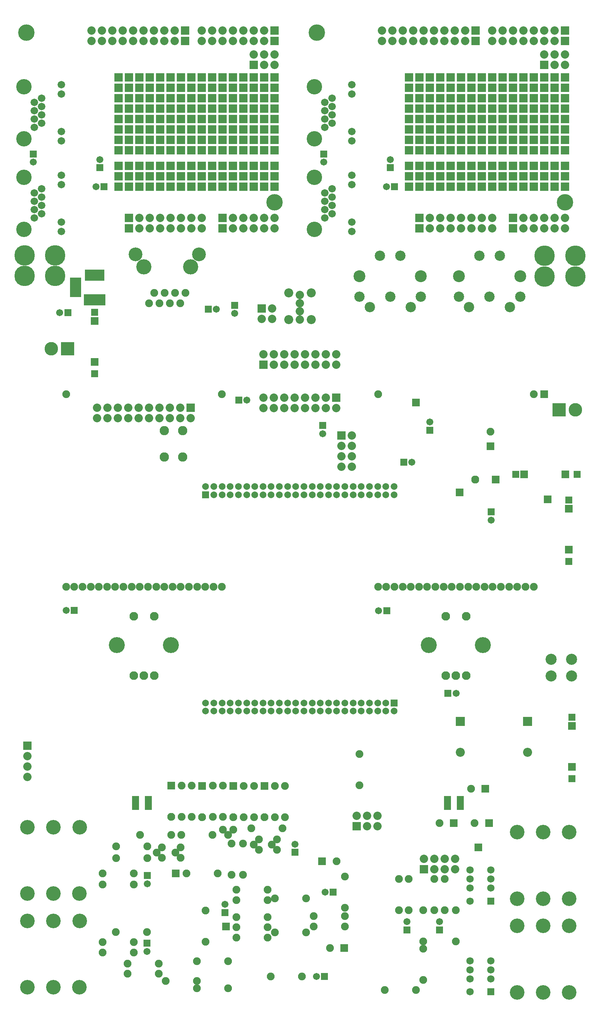
<source format=gbs>
G04 (created by PCBNEW (2013-07-07 BZR 4022)-stable) date 14/04/2014 03:28:28*
%MOIN*%
G04 Gerber Fmt 3.4, Leading zero omitted, Abs format*
%FSLAX34Y34*%
G01*
G70*
G90*
G04 APERTURE LIST*
%ADD10C,0.00590551*%
%ADD11C,0.157795*%
%ADD12C,0.0672441*%
%ADD13R,0.0672441X0.0672441*%
%ADD14C,0.072*%
%ADD15C,0.148*%
%ADD16R,0.08X0.08*%
%ADD17C,0.08*%
%ADD18R,0.075X0.075*%
%ADD19C,0.075*%
%ADD20C,0.0751181*%
%ADD21R,0.076X0.076*%
%ADD22C,0.076*%
%ADD23R,0.0711811X0.0475591*%
%ADD24R,0.13X0.13*%
%ADD25C,0.13*%
%ADD26R,0.0751181X0.0751181*%
%ADD27C,0.0770866*%
%ADD28R,0.0770866X0.0770866*%
%ADD29R,0.0711811X0.0711811*%
%ADD30C,0.0829921*%
%ADD31C,0.153858*%
%ADD32C,0.14*%
%ADD33R,0.0652756X0.0652756*%
%ADD34C,0.0652756*%
%ADD35C,0.09*%
%ADD36C,0.0711811*%
%ADD37R,0.0731496X0.0731496*%
%ADD38C,0.106614*%
%ADD39R,0.0869291X0.0869291*%
%ADD40C,0.0869291*%
%ADD41C,0.197165*%
%ADD42C,0.132205*%
%ADD43C,0.145984*%
%ADD44C,0.114488*%
%ADD45C,0.0987402*%
%ADD46R,0.189291X0.110551*%
%ADD47R,0.208976X0.110551*%
%ADD48R,0.110551X0.189291*%
G04 APERTURE END LIST*
G54D10*
G54D11*
X25057Y-17500D03*
X1187Y-1181D03*
G54D12*
X1845Y-13633D03*
G54D13*
X1845Y-12846D03*
G54D12*
X8245Y-13376D03*
G54D13*
X8245Y-14163D03*
G54D12*
X7881Y-16000D03*
G54D13*
X8668Y-16000D03*
G54D14*
X4565Y-20300D03*
X4565Y-19400D03*
X4565Y-15800D03*
X4565Y-14900D03*
X2665Y-16200D03*
X2665Y-17000D03*
X2665Y-17800D03*
X2665Y-18600D03*
X1965Y-17400D03*
X1965Y-18200D03*
X1965Y-16600D03*
X1965Y-19000D03*
G54D15*
X965Y-20100D03*
X965Y-15100D03*
G54D14*
X4565Y-11580D03*
X4565Y-10680D03*
X4565Y-7080D03*
X4565Y-6180D03*
X2665Y-7480D03*
X2665Y-8280D03*
X2665Y-9080D03*
X2665Y-9880D03*
X1965Y-8680D03*
X1965Y-9480D03*
X1965Y-7880D03*
X1965Y-10280D03*
G54D15*
X965Y-11380D03*
X965Y-6380D03*
G54D16*
X25065Y-16000D03*
X24065Y-16000D03*
X23065Y-16000D03*
X22065Y-16000D03*
X21065Y-16000D03*
X20065Y-16000D03*
X19065Y-16000D03*
X16065Y-16000D03*
X15065Y-16000D03*
X17065Y-16000D03*
X18065Y-16000D03*
X14065Y-16000D03*
X13065Y-16000D03*
X10065Y-16000D03*
X11065Y-16000D03*
X12065Y-16000D03*
X25065Y-14000D03*
X24065Y-14000D03*
X23065Y-14000D03*
X22065Y-14000D03*
X21065Y-14000D03*
X20065Y-14000D03*
X19065Y-14000D03*
X16065Y-14000D03*
X15065Y-14000D03*
X17065Y-14000D03*
X18065Y-14000D03*
X14065Y-14000D03*
X13065Y-14000D03*
X10065Y-14000D03*
X11065Y-14000D03*
X12065Y-14000D03*
X25065Y-15000D03*
X24065Y-15000D03*
X23065Y-15000D03*
X22065Y-15000D03*
X21065Y-15000D03*
X20065Y-15000D03*
X19065Y-15000D03*
X16065Y-15000D03*
X15065Y-15000D03*
X17065Y-15000D03*
X18065Y-15000D03*
X14065Y-15000D03*
X13065Y-15000D03*
X10065Y-15000D03*
X11065Y-15000D03*
X12065Y-15000D03*
X25065Y-11500D03*
X24065Y-11500D03*
X23065Y-11500D03*
X22065Y-11500D03*
X21065Y-11500D03*
X20065Y-11500D03*
X19065Y-11500D03*
X16065Y-11500D03*
X15065Y-11500D03*
X17065Y-11500D03*
X18065Y-11500D03*
X14065Y-11500D03*
X13065Y-11500D03*
X10065Y-11500D03*
X11065Y-11500D03*
X12065Y-11500D03*
X12065Y-12500D03*
X11065Y-12500D03*
X10065Y-12500D03*
X13065Y-12500D03*
X14065Y-12500D03*
X18065Y-12500D03*
X17065Y-12500D03*
X15065Y-12500D03*
X16065Y-12500D03*
X19065Y-12500D03*
X20065Y-12500D03*
X21065Y-12500D03*
X22065Y-12500D03*
X23065Y-12500D03*
X24065Y-12500D03*
X25065Y-12500D03*
X25065Y-10500D03*
X24065Y-10500D03*
X23065Y-10500D03*
X22065Y-10500D03*
X21065Y-10500D03*
X20065Y-10500D03*
X19065Y-10500D03*
X16065Y-10500D03*
X15065Y-10500D03*
X17065Y-10500D03*
X18065Y-10500D03*
X14065Y-10500D03*
X13065Y-10500D03*
X10065Y-10500D03*
X11065Y-10500D03*
X12065Y-10500D03*
X12065Y-9500D03*
X11065Y-9500D03*
X10065Y-9500D03*
X13065Y-9500D03*
X14065Y-9500D03*
X18065Y-9500D03*
X17065Y-9500D03*
X15065Y-9500D03*
X16065Y-9500D03*
X19065Y-9500D03*
X20065Y-9500D03*
X21065Y-9500D03*
X22065Y-9500D03*
X23065Y-9500D03*
X24065Y-9500D03*
X25065Y-9500D03*
X25065Y-8500D03*
X24065Y-8500D03*
X23065Y-8500D03*
X22065Y-8500D03*
X21065Y-8500D03*
X20065Y-8500D03*
X19065Y-8500D03*
X16065Y-8500D03*
X15065Y-8500D03*
X17065Y-8500D03*
X18065Y-8500D03*
X14065Y-8500D03*
X13065Y-8500D03*
X10065Y-8500D03*
X11065Y-8500D03*
X12065Y-8500D03*
X12065Y-7500D03*
X11065Y-7500D03*
X10065Y-7500D03*
X13065Y-7500D03*
X14065Y-7500D03*
X18065Y-7500D03*
X17065Y-7500D03*
X15065Y-7500D03*
X16065Y-7500D03*
X19065Y-7500D03*
X20065Y-7500D03*
X21065Y-7500D03*
X22065Y-7500D03*
X23065Y-7500D03*
X24065Y-7500D03*
X25065Y-7500D03*
X25065Y-6500D03*
X24065Y-6500D03*
X23065Y-6500D03*
X22065Y-6500D03*
X21065Y-6500D03*
X20065Y-6500D03*
X19065Y-6500D03*
X16065Y-6500D03*
X15065Y-6500D03*
X17065Y-6500D03*
X18065Y-6500D03*
X14065Y-6500D03*
X13065Y-6500D03*
X10065Y-6500D03*
X11065Y-6500D03*
X12065Y-6500D03*
X12065Y-5500D03*
X11065Y-5500D03*
X10065Y-5500D03*
X13065Y-5500D03*
X14065Y-5500D03*
X18065Y-5500D03*
X17065Y-5500D03*
X15065Y-5500D03*
X16065Y-5500D03*
X19065Y-5500D03*
X20065Y-5500D03*
X21065Y-5500D03*
X22065Y-5500D03*
X23065Y-5500D03*
X24065Y-5500D03*
X25065Y-5500D03*
G54D17*
X7465Y-2000D03*
X10465Y-2000D03*
X11465Y-2000D03*
X9465Y-2000D03*
X8465Y-2000D03*
X12465Y-2000D03*
X13465Y-2000D03*
G54D16*
X16465Y-2000D03*
G54D17*
X15465Y-2000D03*
X14465Y-2000D03*
X25065Y-19000D03*
X24065Y-19000D03*
X23065Y-19000D03*
G54D16*
X20065Y-19000D03*
G54D17*
X21065Y-19000D03*
X22065Y-19000D03*
X19065Y-2000D03*
X20065Y-2000D03*
X18065Y-2000D03*
X21065Y-2000D03*
X22065Y-2000D03*
G54D16*
X25065Y-2000D03*
G54D17*
X24065Y-2000D03*
X23065Y-2000D03*
X17065Y-19000D03*
X16065Y-19000D03*
X18065Y-19000D03*
X15065Y-19000D03*
X14065Y-19000D03*
G54D16*
X11065Y-19000D03*
G54D17*
X12065Y-19000D03*
X13065Y-19000D03*
G54D16*
X23065Y-4300D03*
G54D17*
X23065Y-3300D03*
X24065Y-4300D03*
X24065Y-3300D03*
X25065Y-4300D03*
X25065Y-3300D03*
X7465Y-1000D03*
X10465Y-1000D03*
X11465Y-1000D03*
X9465Y-1000D03*
X8465Y-1000D03*
X12465Y-1000D03*
X13465Y-1000D03*
G54D16*
X16465Y-1000D03*
G54D17*
X15465Y-1000D03*
X14465Y-1000D03*
X25065Y-20000D03*
X24065Y-20000D03*
X23065Y-20000D03*
G54D16*
X20065Y-20000D03*
G54D17*
X21065Y-20000D03*
X22065Y-20000D03*
X17065Y-20000D03*
X16065Y-20000D03*
X18065Y-20000D03*
X15065Y-20000D03*
X14065Y-20000D03*
G54D16*
X11065Y-20000D03*
G54D17*
X12065Y-20000D03*
X13065Y-20000D03*
X19065Y-1000D03*
X20065Y-1000D03*
X18065Y-1000D03*
X21065Y-1000D03*
X22065Y-1000D03*
G54D16*
X25065Y-1000D03*
G54D17*
X24065Y-1000D03*
X23065Y-1000D03*
G54D12*
X27026Y-79140D03*
G54D13*
X27026Y-79927D03*
G54D18*
X44656Y-79438D03*
G54D19*
X25086Y-87618D03*
X28086Y-87618D03*
X21376Y-88108D03*
X24376Y-88108D03*
X31806Y-87038D03*
X28806Y-87038D03*
X31826Y-82258D03*
X31826Y-85258D03*
X21396Y-84508D03*
X24396Y-84508D03*
X25086Y-84368D03*
X28086Y-84368D03*
X21376Y-87128D03*
X24376Y-87128D03*
X31806Y-86058D03*
X28806Y-86058D03*
X21376Y-86148D03*
X24376Y-86148D03*
X24396Y-83528D03*
X21396Y-83528D03*
G54D12*
X29912Y-83758D03*
G54D13*
X30699Y-83758D03*
G54D12*
X20296Y-84925D03*
G54D13*
X20296Y-85712D03*
G54D19*
X9796Y-87578D03*
X12796Y-87578D03*
G54D12*
X12796Y-89452D03*
G54D13*
X12796Y-88665D03*
G54D19*
X11526Y-89538D03*
X8526Y-89538D03*
X11536Y-88558D03*
X8536Y-88558D03*
X17576Y-90398D03*
X20576Y-90398D03*
X13916Y-91598D03*
X10916Y-91598D03*
X17596Y-92998D03*
X20596Y-92998D03*
X17596Y-92278D03*
X14596Y-92278D03*
X18416Y-88518D03*
X18416Y-85518D03*
X13916Y-90618D03*
X10916Y-90618D03*
G54D20*
X25271Y-79683D03*
X24771Y-79183D03*
X25271Y-78683D03*
X21081Y-77738D03*
X20581Y-78238D03*
X20081Y-77738D03*
X23546Y-79683D03*
X23046Y-79183D03*
X23546Y-78683D03*
X16006Y-80438D03*
X15506Y-79938D03*
X16006Y-79438D03*
X14206Y-80438D03*
X13706Y-79938D03*
X14206Y-79438D03*
G54D19*
X23071Y-73548D03*
X23071Y-76548D03*
X25826Y-77633D03*
X22826Y-77633D03*
X17103Y-73526D03*
X17103Y-76526D03*
X20906Y-79088D03*
X20906Y-82088D03*
X19581Y-81963D03*
X16581Y-81963D03*
X26056Y-73558D03*
X26056Y-76558D03*
X16123Y-73526D03*
X16123Y-76526D03*
X22096Y-73538D03*
X22096Y-76538D03*
X20096Y-73528D03*
X20096Y-76528D03*
X19116Y-73528D03*
X19116Y-76528D03*
X25076Y-73558D03*
X25076Y-76558D03*
X9831Y-80488D03*
X12831Y-80488D03*
X22031Y-82088D03*
X22031Y-79088D03*
X11531Y-83013D03*
X8531Y-83013D03*
X11536Y-81938D03*
X8536Y-81938D03*
X9831Y-79363D03*
X12831Y-79363D03*
X12106Y-78238D03*
X15106Y-78238D03*
X16081Y-78238D03*
X19081Y-78238D03*
G54D21*
X18096Y-73538D03*
G54D22*
X18096Y-76538D03*
G54D21*
X21096Y-73538D03*
G54D22*
X21096Y-76538D03*
G54D21*
X24076Y-73558D03*
G54D22*
X24076Y-76558D03*
G54D21*
X15123Y-73526D03*
G54D22*
X15123Y-76526D03*
G54D12*
X12831Y-82952D03*
G54D13*
X12831Y-82165D03*
G54D20*
X19185Y-54433D03*
X19973Y-54433D03*
X5012Y-35929D03*
X16036Y-54433D03*
X16823Y-54433D03*
X17611Y-54433D03*
X12886Y-54433D03*
X13674Y-54433D03*
X14461Y-54433D03*
X10524Y-54433D03*
X11311Y-54433D03*
X12099Y-54433D03*
X7374Y-54433D03*
X8162Y-54433D03*
X8949Y-54433D03*
X5012Y-54433D03*
X5800Y-54433D03*
X19973Y-35929D03*
X15248Y-54433D03*
X18398Y-54433D03*
X6587Y-54433D03*
X9737Y-54433D03*
G54D18*
X50973Y-35926D03*
X51312Y-46018D03*
X38656Y-36733D03*
X42861Y-45353D03*
G54D16*
X30996Y-36253D03*
G54D17*
X30996Y-37253D03*
X29996Y-36253D03*
X29996Y-37253D03*
X28996Y-36253D03*
X28996Y-37253D03*
X27996Y-36253D03*
X27996Y-37253D03*
X26996Y-36253D03*
X26996Y-37253D03*
X25996Y-36253D03*
X25996Y-37253D03*
X24996Y-36253D03*
X24996Y-37253D03*
X23996Y-36253D03*
X23996Y-37253D03*
G54D16*
X31471Y-39878D03*
G54D17*
X32471Y-39878D03*
X31471Y-40878D03*
X32471Y-40878D03*
X31471Y-41878D03*
X32471Y-41878D03*
X31471Y-42878D03*
X32471Y-42878D03*
X15976Y-37223D03*
X14976Y-37223D03*
X15976Y-38223D03*
X14976Y-38223D03*
X12976Y-37223D03*
X11976Y-37223D03*
X12976Y-38223D03*
X11976Y-38223D03*
X9976Y-37223D03*
X8976Y-37223D03*
X9976Y-38223D03*
X8976Y-38223D03*
G54D16*
X16976Y-37223D03*
G54D17*
X13976Y-37223D03*
X16976Y-38223D03*
X13976Y-38223D03*
X10976Y-37223D03*
X7976Y-37223D03*
X10976Y-38223D03*
X7976Y-38223D03*
G54D23*
X12906Y-74745D03*
X12906Y-75178D03*
X12906Y-75611D03*
X11685Y-75611D03*
X11685Y-75178D03*
X11685Y-74745D03*
X42906Y-74745D03*
X42906Y-75178D03*
X42906Y-75611D03*
X41685Y-75611D03*
X41685Y-75178D03*
X41685Y-74745D03*
G54D24*
X52414Y-37425D03*
G54D25*
X53973Y-37425D03*
G54D20*
X43957Y-73808D03*
G54D26*
X45335Y-73808D03*
G54D20*
X45836Y-39534D03*
G54D26*
X45836Y-40912D03*
G54D12*
X38269Y-42468D03*
G54D13*
X37482Y-42468D03*
G54D12*
X22392Y-36499D03*
G54D13*
X21605Y-36499D03*
G54D12*
X29676Y-39722D03*
G54D13*
X29676Y-38935D03*
G54D12*
X35052Y-56717D03*
G54D13*
X35839Y-56717D03*
G54D12*
X42507Y-64667D03*
G54D13*
X41720Y-64667D03*
G54D12*
X5012Y-56677D03*
G54D13*
X5800Y-56677D03*
G54D12*
X45876Y-48003D03*
G54D13*
X45876Y-47216D03*
G54D12*
X39984Y-38585D03*
G54D13*
X39984Y-39372D03*
G54D27*
X44361Y-44133D03*
G54D28*
X46330Y-44133D03*
G54D29*
X53655Y-66958D03*
X53655Y-72864D03*
X48243Y-43618D03*
X54148Y-43618D03*
X53354Y-46075D03*
X53354Y-51980D03*
G54D30*
X11509Y-62955D03*
X11509Y-57246D03*
X13478Y-62955D03*
X13478Y-57246D03*
X12493Y-62955D03*
G54D31*
X9894Y-60004D03*
X15091Y-60004D03*
G54D30*
X41509Y-62955D03*
X41509Y-57246D03*
X43478Y-62955D03*
X43478Y-57246D03*
X42493Y-62955D03*
G54D31*
X39894Y-60004D03*
X45091Y-60004D03*
G54D32*
X3793Y-77511D03*
X1293Y-77511D03*
X6308Y-77511D03*
X3793Y-83901D03*
X1293Y-83901D03*
X6293Y-83901D03*
X3793Y-86511D03*
X1293Y-86511D03*
X6308Y-86511D03*
X3793Y-92901D03*
X1293Y-92901D03*
X6293Y-92901D03*
X50893Y-84376D03*
X53393Y-84376D03*
X48378Y-84376D03*
X50893Y-77986D03*
X53393Y-77986D03*
X48393Y-77986D03*
X50893Y-93376D03*
X53393Y-93376D03*
X48378Y-93376D03*
X50893Y-86986D03*
X53393Y-86986D03*
X48393Y-86986D03*
G54D20*
X49185Y-54433D03*
X49973Y-54433D03*
X35012Y-35929D03*
X46036Y-54433D03*
X46823Y-54433D03*
X47611Y-54433D03*
X42886Y-54433D03*
X43674Y-54433D03*
X44461Y-54433D03*
X40524Y-54433D03*
X41311Y-54433D03*
X42099Y-54433D03*
X37374Y-54433D03*
X38162Y-54433D03*
X38949Y-54433D03*
X35012Y-54433D03*
X35800Y-54433D03*
X49973Y-35929D03*
X45248Y-54433D03*
X48398Y-54433D03*
X36587Y-54433D03*
X39737Y-54433D03*
G54D33*
X18437Y-45575D03*
G54D34*
X18437Y-44788D03*
X19225Y-45575D03*
X19225Y-44788D03*
X20012Y-45575D03*
X20012Y-44788D03*
X20800Y-45575D03*
X20800Y-44788D03*
X21587Y-45575D03*
X21587Y-44788D03*
X22374Y-45575D03*
X22374Y-44788D03*
X23162Y-45575D03*
X23162Y-44788D03*
X23949Y-45575D03*
X23949Y-44788D03*
X24737Y-45575D03*
X24737Y-44788D03*
X25524Y-45575D03*
X25524Y-44788D03*
X26311Y-45575D03*
X26311Y-44788D03*
X27099Y-45575D03*
X27099Y-44788D03*
X27886Y-45575D03*
X27886Y-44788D03*
X28674Y-45575D03*
X28674Y-44788D03*
X29461Y-45575D03*
X29461Y-44788D03*
X30248Y-45575D03*
X30248Y-44788D03*
X31036Y-45575D03*
X31036Y-44788D03*
X31823Y-45575D03*
X31823Y-44788D03*
X32611Y-45575D03*
X32611Y-44788D03*
X33398Y-45575D03*
X33398Y-44788D03*
X34185Y-45575D03*
X34185Y-44788D03*
X34973Y-45575D03*
X34973Y-44788D03*
X35760Y-45575D03*
X35760Y-44788D03*
X36548Y-45575D03*
X36548Y-44788D03*
G54D33*
X36548Y-65575D03*
G54D34*
X36548Y-66363D03*
X35760Y-65575D03*
X35760Y-66363D03*
X34973Y-65575D03*
X34973Y-66363D03*
X34185Y-65575D03*
X34185Y-66363D03*
X33398Y-65575D03*
X33398Y-66363D03*
X32611Y-65575D03*
X32611Y-66363D03*
X31823Y-65575D03*
X31823Y-66363D03*
X31036Y-65575D03*
X31036Y-66363D03*
X30248Y-65575D03*
X30248Y-66363D03*
X29461Y-65575D03*
X29461Y-66363D03*
X28674Y-65575D03*
X28674Y-66363D03*
X27886Y-65575D03*
X27886Y-66363D03*
X27099Y-65575D03*
X27099Y-66363D03*
X26311Y-65575D03*
X26311Y-66363D03*
X25524Y-65575D03*
X25524Y-66363D03*
X24737Y-65575D03*
X24737Y-66363D03*
X23949Y-65575D03*
X23949Y-66363D03*
X23162Y-65575D03*
X23162Y-66363D03*
X22374Y-65575D03*
X22374Y-66363D03*
X21587Y-65575D03*
X21587Y-66363D03*
X20800Y-65575D03*
X20800Y-66363D03*
X20012Y-65575D03*
X20012Y-66363D03*
X19225Y-65575D03*
X19225Y-66363D03*
X18437Y-65575D03*
X18437Y-66363D03*
G54D16*
X1296Y-69678D03*
G54D17*
X1296Y-70678D03*
X1296Y-71678D03*
X1296Y-72678D03*
G54D35*
X14445Y-39403D03*
X16217Y-39403D03*
X14445Y-41963D03*
X16217Y-41963D03*
G54D19*
X27676Y-91838D03*
X24676Y-91838D03*
G54D12*
X29082Y-91838D03*
G54D13*
X29869Y-91838D03*
G54D19*
X39356Y-89178D03*
X39356Y-92178D03*
X37956Y-85498D03*
X37956Y-82498D03*
X39356Y-85478D03*
X39356Y-88478D03*
X40416Y-82478D03*
X40416Y-85478D03*
X38656Y-93138D03*
X35656Y-93138D03*
X37036Y-85498D03*
X37036Y-82498D03*
X42476Y-85478D03*
X42476Y-88478D03*
X41416Y-82478D03*
X41416Y-85478D03*
G54D12*
X37796Y-86585D03*
G54D13*
X37796Y-87372D03*
G54D12*
X40916Y-86585D03*
G54D13*
X40916Y-87372D03*
G54D16*
X39416Y-81538D03*
G54D17*
X39416Y-80538D03*
X40416Y-81538D03*
X40416Y-80538D03*
X41416Y-81538D03*
X41416Y-80538D03*
X42416Y-81538D03*
X42416Y-80538D03*
G54D16*
X32966Y-77418D03*
G54D17*
X32966Y-76418D03*
X33966Y-77418D03*
X33966Y-76418D03*
X34966Y-77418D03*
X34966Y-76418D03*
G54D18*
X15566Y-81968D03*
X20396Y-87068D03*
G54D19*
X33236Y-73473D03*
X33236Y-70473D03*
G54D36*
X45866Y-81622D03*
X45866Y-83355D03*
X43866Y-82488D03*
X43866Y-83355D03*
X43866Y-81622D03*
X45866Y-82488D03*
X43866Y-84614D03*
G54D29*
X45866Y-84614D03*
G54D36*
X45856Y-90337D03*
X45856Y-92070D03*
X43856Y-91203D03*
X43856Y-92070D03*
X43856Y-90337D03*
X45856Y-91203D03*
X43856Y-93329D03*
G54D29*
X45856Y-93329D03*
G54D37*
X53354Y-46903D03*
X53354Y-50840D03*
X49070Y-43618D03*
X53007Y-43618D03*
X53655Y-67798D03*
X53655Y-71735D03*
G54D38*
X51661Y-61401D03*
X53630Y-61401D03*
X53630Y-62976D03*
X51661Y-62976D03*
G54D20*
X44297Y-77118D03*
G54D26*
X45675Y-77118D03*
G54D20*
X40917Y-77118D03*
G54D26*
X42295Y-77118D03*
G54D20*
X31005Y-80778D03*
G54D26*
X29627Y-80778D03*
G54D20*
X30377Y-89108D03*
G54D26*
X31755Y-89108D03*
G54D39*
X42936Y-67362D03*
G54D40*
X42936Y-70315D03*
G54D39*
X49376Y-67362D03*
G54D40*
X49376Y-70315D03*
G54D12*
X19469Y-27764D03*
G54D13*
X18682Y-27764D03*
G54D16*
X24000Y-33089D03*
G54D17*
X24000Y-32089D03*
X25000Y-33089D03*
X25000Y-32089D03*
X26000Y-33089D03*
X26000Y-32089D03*
X27000Y-33089D03*
X27000Y-32089D03*
X28000Y-33089D03*
X28000Y-32089D03*
X29000Y-33089D03*
X29000Y-32089D03*
X30000Y-33089D03*
X30000Y-32089D03*
X31000Y-33089D03*
X31000Y-32089D03*
G54D24*
X5150Y-31559D03*
G54D25*
X3591Y-31559D03*
G54D12*
X4387Y-28079D03*
G54D13*
X5174Y-28079D03*
G54D29*
X7760Y-33961D03*
X7760Y-28056D03*
G54D41*
X53987Y-24603D03*
X51034Y-24603D03*
X53987Y-22634D03*
X51034Y-22634D03*
X3967Y-24568D03*
X1014Y-24568D03*
X3967Y-22599D03*
X1014Y-22599D03*
G54D16*
X23825Y-27689D03*
G54D17*
X24825Y-27689D03*
X23825Y-28689D03*
X24825Y-28689D03*
G54D12*
X21225Y-28157D03*
G54D13*
X21225Y-27370D03*
G54D20*
X12975Y-27199D03*
X13975Y-27199D03*
X14975Y-27199D03*
X15975Y-27199D03*
X14475Y-26199D03*
X15475Y-26199D03*
G54D42*
X11674Y-22498D03*
X17776Y-22498D03*
G54D20*
X13475Y-26199D03*
X16475Y-26199D03*
G54D43*
X12475Y-23699D03*
X16975Y-23699D03*
G54D17*
X27500Y-26389D03*
X27500Y-27176D03*
X27500Y-27963D03*
G54D40*
X28571Y-26200D03*
G54D17*
X27500Y-28751D03*
G54D40*
X28571Y-28751D03*
X26429Y-26200D03*
X26429Y-28751D03*
G54D44*
X42772Y-24589D03*
G54D45*
X43757Y-27541D03*
X44741Y-22620D03*
X42772Y-26557D03*
X45725Y-26557D03*
X48678Y-26557D03*
X47694Y-27541D03*
X46709Y-22620D03*
G54D44*
X48678Y-24589D03*
X33222Y-24589D03*
G54D45*
X34207Y-27541D03*
X35191Y-22620D03*
X33222Y-26557D03*
X36175Y-26557D03*
X39128Y-26557D03*
X38144Y-27541D03*
X37159Y-22620D03*
G54D44*
X39128Y-24589D03*
G54D37*
X7764Y-32809D03*
X7764Y-28872D03*
G54D46*
X7760Y-24477D03*
G54D47*
X7760Y-26840D03*
G54D48*
X5910Y-25659D03*
G54D17*
X47001Y-996D03*
X48001Y-996D03*
X46001Y-996D03*
X49001Y-996D03*
X50001Y-996D03*
G54D16*
X53001Y-996D03*
G54D17*
X52001Y-996D03*
X51001Y-996D03*
X45001Y-19996D03*
X44001Y-19996D03*
X46001Y-19996D03*
X43001Y-19996D03*
X42001Y-19996D03*
G54D16*
X39001Y-19996D03*
G54D17*
X40001Y-19996D03*
X41001Y-19996D03*
X53001Y-19996D03*
X52001Y-19996D03*
X51001Y-19996D03*
G54D16*
X48001Y-19996D03*
G54D17*
X49001Y-19996D03*
X50001Y-19996D03*
X35401Y-996D03*
X38401Y-996D03*
X39401Y-996D03*
X37401Y-996D03*
X36401Y-996D03*
X40401Y-996D03*
X41401Y-996D03*
G54D16*
X44401Y-996D03*
G54D17*
X43401Y-996D03*
X42401Y-996D03*
G54D16*
X51001Y-4296D03*
G54D17*
X51001Y-3296D03*
X52001Y-4296D03*
X52001Y-3296D03*
X53001Y-4296D03*
X53001Y-3296D03*
X45001Y-18996D03*
X44001Y-18996D03*
X46001Y-18996D03*
X43001Y-18996D03*
X42001Y-18996D03*
G54D16*
X39001Y-18996D03*
G54D17*
X40001Y-18996D03*
X41001Y-18996D03*
X47001Y-1996D03*
X48001Y-1996D03*
X46001Y-1996D03*
X49001Y-1996D03*
X50001Y-1996D03*
G54D16*
X53001Y-1996D03*
G54D17*
X52001Y-1996D03*
X51001Y-1996D03*
X53001Y-18996D03*
X52001Y-18996D03*
X51001Y-18996D03*
G54D16*
X48001Y-18996D03*
G54D17*
X49001Y-18996D03*
X50001Y-18996D03*
X35401Y-1996D03*
X38401Y-1996D03*
X39401Y-1996D03*
X37401Y-1996D03*
X36401Y-1996D03*
X40401Y-1996D03*
X41401Y-1996D03*
G54D16*
X44401Y-1996D03*
G54D17*
X43401Y-1996D03*
X42401Y-1996D03*
G54D16*
X53001Y-11496D03*
X52001Y-11496D03*
X51001Y-11496D03*
X50001Y-11496D03*
X49001Y-11496D03*
X48001Y-11496D03*
X47001Y-11496D03*
X44001Y-11496D03*
X43001Y-11496D03*
X45001Y-11496D03*
X46001Y-11496D03*
X42001Y-11496D03*
X41001Y-11496D03*
X38001Y-11496D03*
X39001Y-11496D03*
X40001Y-11496D03*
X40001Y-12496D03*
X39001Y-12496D03*
X38001Y-12496D03*
X41001Y-12496D03*
X42001Y-12496D03*
X46001Y-12496D03*
X45001Y-12496D03*
X43001Y-12496D03*
X44001Y-12496D03*
X47001Y-12496D03*
X48001Y-12496D03*
X49001Y-12496D03*
X50001Y-12496D03*
X51001Y-12496D03*
X52001Y-12496D03*
X53001Y-12496D03*
X53001Y-10496D03*
X52001Y-10496D03*
X51001Y-10496D03*
X50001Y-10496D03*
X49001Y-10496D03*
X48001Y-10496D03*
X47001Y-10496D03*
X44001Y-10496D03*
X43001Y-10496D03*
X45001Y-10496D03*
X46001Y-10496D03*
X42001Y-10496D03*
X41001Y-10496D03*
X38001Y-10496D03*
X39001Y-10496D03*
X40001Y-10496D03*
X40001Y-9496D03*
X39001Y-9496D03*
X38001Y-9496D03*
X41001Y-9496D03*
X42001Y-9496D03*
X46001Y-9496D03*
X45001Y-9496D03*
X43001Y-9496D03*
X44001Y-9496D03*
X47001Y-9496D03*
X48001Y-9496D03*
X49001Y-9496D03*
X50001Y-9496D03*
X51001Y-9496D03*
X52001Y-9496D03*
X53001Y-9496D03*
X53001Y-8496D03*
X52001Y-8496D03*
X51001Y-8496D03*
X50001Y-8496D03*
X49001Y-8496D03*
X48001Y-8496D03*
X47001Y-8496D03*
X44001Y-8496D03*
X43001Y-8496D03*
X45001Y-8496D03*
X46001Y-8496D03*
X42001Y-8496D03*
X41001Y-8496D03*
X38001Y-8496D03*
X39001Y-8496D03*
X40001Y-8496D03*
X40001Y-7496D03*
X39001Y-7496D03*
X38001Y-7496D03*
X41001Y-7496D03*
X42001Y-7496D03*
X46001Y-7496D03*
X45001Y-7496D03*
X43001Y-7496D03*
X44001Y-7496D03*
X47001Y-7496D03*
X48001Y-7496D03*
X49001Y-7496D03*
X50001Y-7496D03*
X51001Y-7496D03*
X52001Y-7496D03*
X53001Y-7496D03*
X53001Y-6496D03*
X52001Y-6496D03*
X51001Y-6496D03*
X50001Y-6496D03*
X49001Y-6496D03*
X48001Y-6496D03*
X47001Y-6496D03*
X44001Y-6496D03*
X43001Y-6496D03*
X45001Y-6496D03*
X46001Y-6496D03*
X42001Y-6496D03*
X41001Y-6496D03*
X38001Y-6496D03*
X39001Y-6496D03*
X40001Y-6496D03*
X40001Y-5496D03*
X39001Y-5496D03*
X38001Y-5496D03*
X41001Y-5496D03*
X42001Y-5496D03*
X46001Y-5496D03*
X45001Y-5496D03*
X43001Y-5496D03*
X44001Y-5496D03*
X47001Y-5496D03*
X48001Y-5496D03*
X49001Y-5496D03*
X50001Y-5496D03*
X51001Y-5496D03*
X52001Y-5496D03*
X53001Y-5496D03*
X53001Y-14996D03*
X52001Y-14996D03*
X51001Y-14996D03*
X50001Y-14996D03*
X49001Y-14996D03*
X48001Y-14996D03*
X47001Y-14996D03*
X44001Y-14996D03*
X43001Y-14996D03*
X45001Y-14996D03*
X46001Y-14996D03*
X42001Y-14996D03*
X41001Y-14996D03*
X38001Y-14996D03*
X39001Y-14996D03*
X40001Y-14996D03*
X53001Y-13996D03*
X52001Y-13996D03*
X51001Y-13996D03*
X50001Y-13996D03*
X49001Y-13996D03*
X48001Y-13996D03*
X47001Y-13996D03*
X44001Y-13996D03*
X43001Y-13996D03*
X45001Y-13996D03*
X46001Y-13996D03*
X42001Y-13996D03*
X41001Y-13996D03*
X38001Y-13996D03*
X39001Y-13996D03*
X40001Y-13996D03*
X53001Y-15996D03*
X52001Y-15996D03*
X51001Y-15996D03*
X50001Y-15996D03*
X49001Y-15996D03*
X48001Y-15996D03*
X47001Y-15996D03*
X44001Y-15996D03*
X43001Y-15996D03*
X45001Y-15996D03*
X46001Y-15996D03*
X42001Y-15996D03*
X41001Y-15996D03*
X38001Y-15996D03*
X39001Y-15996D03*
X40001Y-15996D03*
G54D14*
X32501Y-11576D03*
X32501Y-10676D03*
X32501Y-7076D03*
X32501Y-6176D03*
X30601Y-7476D03*
X30601Y-8276D03*
X30601Y-9076D03*
X30601Y-9876D03*
X29901Y-8676D03*
X29901Y-9476D03*
X29901Y-7876D03*
X29901Y-10276D03*
G54D15*
X28901Y-11376D03*
X28901Y-6376D03*
G54D14*
X32501Y-20296D03*
X32501Y-19396D03*
X32501Y-15796D03*
X32501Y-14896D03*
X30601Y-16196D03*
X30601Y-16996D03*
X30601Y-17796D03*
X30601Y-18596D03*
X29901Y-17396D03*
X29901Y-18196D03*
X29901Y-16596D03*
X29901Y-18996D03*
G54D15*
X28901Y-20096D03*
X28901Y-15096D03*
G54D12*
X35817Y-15996D03*
G54D13*
X36604Y-15996D03*
G54D12*
X36181Y-13372D03*
G54D13*
X36181Y-14160D03*
G54D12*
X29781Y-13630D03*
G54D13*
X29781Y-12842D03*
G54D11*
X29123Y-1177D03*
X52993Y-17496D03*
M02*

</source>
